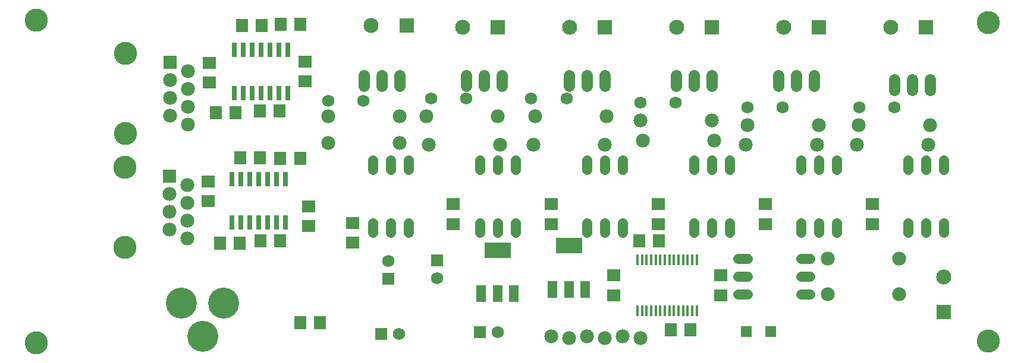
<source format=gts>
G75*
G70*
%OFA0B0*%
%FSLAX24Y24*%
%IPPOS*%
%LPD*%
%AMOC8*
5,1,8,0,0,1.08239X$1,22.5*
%
%ADD10C,0.1300*%
%ADD11R,0.0177X0.0590*%
%ADD12C,0.0780*%
%ADD13R,0.0670X0.0749*%
%ADD14C,0.0560*%
%ADD15C,0.0640*%
%ADD16C,0.0690*%
%ADD17R,0.0749X0.0670*%
%ADD18R,0.0840X0.0840*%
%ADD19C,0.0840*%
%ADD20R,0.0300X0.0840*%
%ADD21R,0.0780X0.0780*%
%ADD22R,0.0520X0.0920*%
%ADD23R,0.1457X0.0906*%
%ADD24R,0.0690X0.0690*%
%ADD25C,0.1740*%
%ADD26R,0.0631X0.0631*%
D10*
X001026Y001026D03*
X006017Y006406D03*
X006017Y010906D03*
X006026Y012776D03*
X006026Y017276D03*
X001026Y019151D03*
X054401Y019026D03*
X054400Y001132D03*
D11*
X038064Y002818D03*
X037808Y002818D03*
X037552Y002818D03*
X037296Y002818D03*
X037040Y002818D03*
X036784Y002818D03*
X036528Y002818D03*
X036272Y002818D03*
X036016Y002818D03*
X035760Y002818D03*
X035505Y002818D03*
X035249Y002818D03*
X034993Y002818D03*
X034737Y002818D03*
X034737Y005697D03*
X034993Y005697D03*
X035249Y005697D03*
X035505Y005697D03*
X035760Y005697D03*
X036016Y005697D03*
X036272Y005697D03*
X036528Y005697D03*
X036784Y005697D03*
X037040Y005697D03*
X037296Y005697D03*
X037552Y005697D03*
X037808Y005697D03*
X038064Y005697D03*
D12*
X045400Y005757D03*
X049400Y005757D03*
X049400Y003757D03*
X045400Y003757D03*
X034900Y001282D03*
X033900Y001382D03*
X032900Y001282D03*
X031900Y001382D03*
X030900Y001282D03*
X029900Y001382D03*
X009517Y006906D03*
X008517Y007406D03*
X009517Y007906D03*
X008517Y008406D03*
X009517Y008906D03*
X008517Y009406D03*
X009517Y009906D03*
X017400Y012257D03*
X017400Y013757D03*
X021400Y013757D03*
X022900Y013757D03*
X021400Y012257D03*
X023045Y012150D03*
X027045Y012150D03*
X028920Y012150D03*
X032920Y012150D03*
X035045Y012400D03*
X034900Y013507D03*
X033025Y013757D03*
X029025Y013757D03*
X026900Y013757D03*
X038900Y013507D03*
X040900Y013257D03*
X039045Y012400D03*
X040795Y012150D03*
X044795Y012150D03*
X047045Y012150D03*
X047150Y013257D03*
X044900Y013257D03*
X051045Y012150D03*
X051150Y013257D03*
X009526Y013276D03*
X008526Y013776D03*
X009526Y014276D03*
X008526Y014776D03*
X009526Y015276D03*
X008526Y015776D03*
X009526Y016276D03*
D13*
X013575Y014052D03*
X014678Y014052D03*
X012196Y013964D03*
X011094Y013964D03*
X012476Y011420D03*
X013578Y011420D03*
X014724Y011382D03*
X015826Y011382D03*
X014701Y006757D03*
X013599Y006757D03*
X012451Y006632D03*
X011349Y006632D03*
X015850Y002151D03*
X016952Y002151D03*
X034849Y006757D03*
X035951Y006757D03*
X036599Y001757D03*
X037701Y001757D03*
X013675Y018862D03*
X014748Y018918D03*
X015850Y018918D03*
X012572Y018862D03*
D14*
X019900Y011277D02*
X019900Y010757D01*
X020900Y010757D02*
X020900Y011277D01*
X021900Y011277D02*
X021900Y010757D01*
X025900Y010757D02*
X025900Y011277D01*
X026900Y011277D02*
X026900Y010757D01*
X027900Y010757D02*
X027900Y011277D01*
X031900Y011277D02*
X031900Y010757D01*
X032900Y010757D02*
X032900Y011277D01*
X033900Y011277D02*
X033900Y010757D01*
X037900Y010757D02*
X037900Y011277D01*
X038900Y011277D02*
X038900Y010757D01*
X039900Y010757D02*
X039900Y011277D01*
X043900Y011277D02*
X043900Y010757D01*
X044900Y010757D02*
X044900Y011277D01*
X045900Y011277D02*
X045900Y010757D01*
X049900Y010757D02*
X049900Y011277D01*
X050900Y011277D02*
X050900Y010757D01*
X051900Y010757D02*
X051900Y011277D01*
X051900Y007757D02*
X051900Y007237D01*
X050900Y007237D02*
X050900Y007757D01*
X049900Y007757D02*
X049900Y007237D01*
X045900Y007237D02*
X045900Y007757D01*
X044900Y007757D02*
X044900Y007237D01*
X043900Y007237D02*
X043900Y007757D01*
X039900Y007757D02*
X039900Y007237D01*
X038900Y007237D02*
X038900Y007757D01*
X037900Y007757D02*
X037900Y007237D01*
X040380Y005757D02*
X040900Y005757D01*
X040900Y004757D02*
X040380Y004757D01*
X040380Y003757D02*
X040900Y003757D01*
X043900Y003757D02*
X044420Y003757D01*
X044420Y004757D02*
X043900Y004757D01*
X043900Y005757D02*
X044420Y005757D01*
X033900Y007237D02*
X033900Y007757D01*
X032900Y007757D02*
X032900Y007237D01*
X031900Y007237D02*
X031900Y007757D01*
X027900Y007757D02*
X027900Y007237D01*
X026900Y007237D02*
X026900Y007757D01*
X025900Y007757D02*
X025900Y007237D01*
X021900Y007237D02*
X021900Y007757D01*
X020900Y007757D02*
X020900Y007237D01*
X019900Y007237D02*
X019900Y007757D01*
D15*
X019400Y015457D02*
X019400Y016057D01*
X020400Y016057D02*
X020400Y015457D01*
X021400Y015457D02*
X021400Y016057D01*
X025150Y016057D02*
X025150Y015457D01*
X026150Y015457D02*
X026150Y016057D01*
X027150Y016057D02*
X027150Y015457D01*
X030900Y015457D02*
X030900Y016057D01*
X031900Y016057D02*
X031900Y015457D01*
X032900Y015457D02*
X032900Y016057D01*
X036900Y016057D02*
X036900Y015457D01*
X037900Y015457D02*
X037900Y016057D01*
X038900Y016057D02*
X038900Y015457D01*
X042650Y015457D02*
X042650Y016057D01*
X043650Y016057D02*
X043650Y015457D01*
X044650Y015457D02*
X044650Y016057D01*
X049150Y015807D02*
X049150Y015207D01*
X050150Y015207D02*
X050150Y015807D01*
X051150Y015807D02*
X051150Y015207D01*
D16*
X049134Y014257D03*
X047166Y014257D03*
X042884Y014257D03*
X040916Y014257D03*
X036884Y014507D03*
X034916Y014507D03*
X030759Y014757D03*
X028791Y014757D03*
X025134Y014757D03*
X023166Y014757D03*
X019384Y014632D03*
X017416Y014632D03*
X020775Y005632D03*
X023507Y004652D03*
X026900Y001632D03*
X021382Y001527D03*
D17*
X033400Y003706D03*
X033400Y004809D03*
X039400Y004809D03*
X039400Y003706D03*
X041900Y007706D03*
X041900Y008809D03*
X035900Y008809D03*
X035900Y007706D03*
X029900Y007706D03*
X029900Y008809D03*
X024400Y008809D03*
X024400Y007706D03*
X018775Y007771D03*
X016295Y007599D03*
X016295Y008701D03*
X018775Y006669D03*
X010670Y008974D03*
X010670Y010076D03*
X010746Y015656D03*
X010746Y016758D03*
X016114Y016816D03*
X016114Y015713D03*
X047900Y008809D03*
X047900Y007706D03*
D18*
X051900Y002757D03*
X050900Y018757D03*
X044900Y018757D03*
X038900Y018757D03*
X032900Y018757D03*
X026900Y018757D03*
X021794Y018864D03*
D19*
X019825Y018864D03*
X024932Y018757D03*
X030932Y018757D03*
X036932Y018757D03*
X042932Y018757D03*
X048932Y018757D03*
X051900Y004726D03*
D20*
X015018Y007797D03*
X014518Y007797D03*
X014018Y007797D03*
X013518Y007797D03*
X013018Y007797D03*
X012518Y007797D03*
X012018Y007797D03*
X012018Y010217D03*
X012518Y010217D03*
X013018Y010217D03*
X013518Y010217D03*
X014018Y010217D03*
X014518Y010217D03*
X015018Y010217D03*
X015144Y015065D03*
X014644Y015065D03*
X014144Y015065D03*
X013644Y015065D03*
X013144Y015065D03*
X012644Y015065D03*
X012144Y015065D03*
X012144Y017485D03*
X012644Y017485D03*
X013144Y017485D03*
X013644Y017485D03*
X014144Y017485D03*
X014644Y017485D03*
X015144Y017485D03*
D21*
X008526Y016776D03*
X008517Y010406D03*
D22*
X025990Y003787D03*
X026900Y003787D03*
X027810Y003787D03*
X029990Y004037D03*
X030900Y004037D03*
X031810Y004037D03*
D23*
X026900Y006228D03*
X030900Y006478D03*
D24*
X023507Y005652D03*
X020775Y004632D03*
X025900Y001632D03*
X020382Y001527D03*
D25*
X011543Y003249D03*
X009181Y003249D03*
X010362Y001398D03*
D26*
X040837Y001651D03*
X042215Y001651D03*
M02*

</source>
